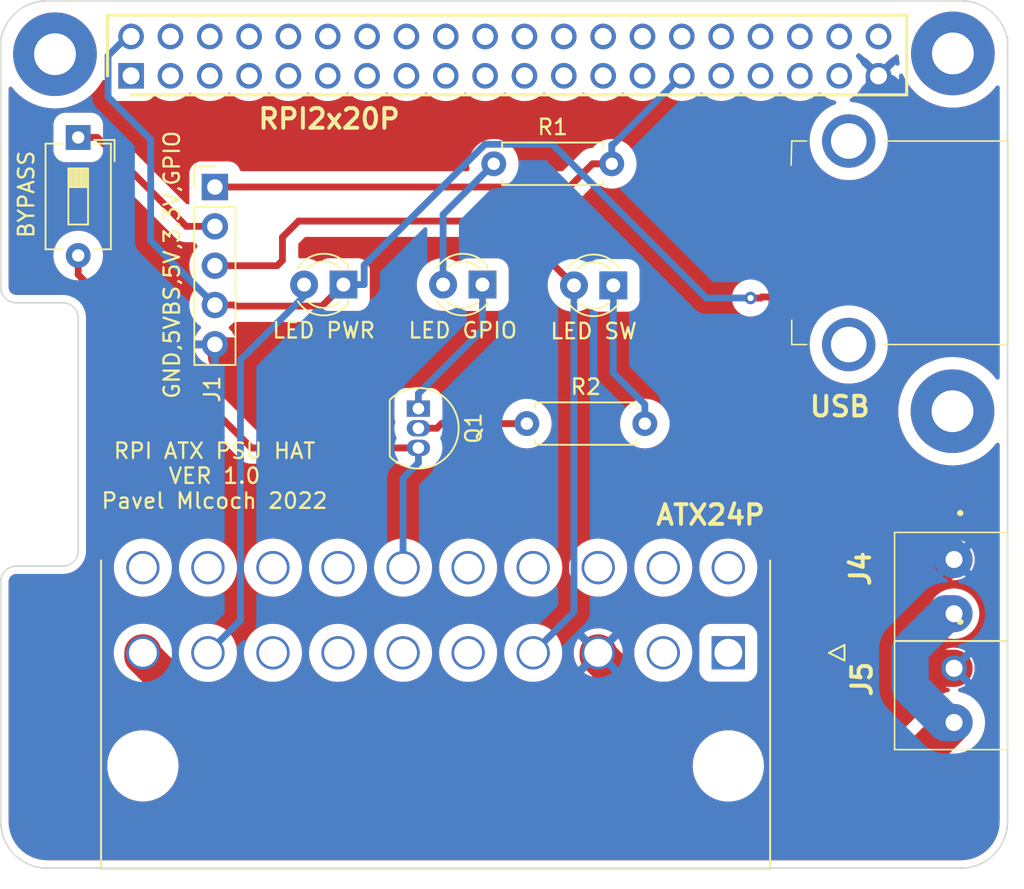
<source format=kicad_pcb>
(kicad_pcb (version 20211014) (generator pcbnew)
  (title_block (title "RPi ATX HAT") (date "2022-12-09") (company "Pavel Mlcoch"))
  (layers (0 "F.Cu" signal) (31 "B.Cu" signal) (34 "B.Paste" user) (35 "F.Paste" user) (36 "B.SilkS" user "B.Silkscreen") (37 "F.SilkS" user "F.Silkscreen") (38 "B.Mask" user) (39 "F.Mask" user) (44 "Edge.Cuts" user))
  (net 0 "")
  (net 1 "Net-(D1GPIO1-Pad1)")
  (net 2 "Net-(D1GPIO1-Pad2)")
  (net 3 "Net-(D2SWSTART1-Pad1)")
  (net 4 "+5V")
  (net 5 "5VSB")
  (net 6 "Net-(D3POWER1-Pad2)")
  (net 7 "+3.3V")
  (net 14 "12V")
  (net 20 "Net-(J2ATX1-Pad16)")
  (net 56 "GND")
  (net 57 "GPIO")
  (net 64 "Net-(Q1-Pad2)")
  (footprint "Button_Switch_THT:SW_DIP_SPSTx01_Slide_6.7x4.1mm_W7.62mm_P2.54mm_LowProfile" (layer "F.Cu") (at 52.975 68.75 -90)
    (fp_text reference "BYPASS" (at 3.675 3.35 90) (layer "F.SilkS"))
    (fp_text value "SW_DIP_x01")
    (fp_line (start 2 -0.035) (end 3.206667 -0.035) (layer "F.SilkS") (width 0.12))
    (fp_line (start 2 0.205) (end 3.206667 0.205) (layer "F.SilkS") (width 0.12))
    (fp_line (start 5.62 0.635) (end 5.62 -0.635) (layer "F.SilkS") (width 0.12))
    (fp_line (start 3.206667 -0.635) (end 3.206667 0.635) (layer "F.SilkS") (width 0.12))
    (fp_line (start 7.221 0.99) (end 7.221 2.11) (layer "F.SilkS") (width 0.12))
    (fp_line (start 2 0.445) (end 3.206667 0.445) (layer "F.SilkS") (width 0.12))
    (fp_line (start 7.221 -2.11) (end 7.221 -0.99) (layer "F.SilkS") (width 0.12))
    (fp_line (start 2 -0.635) (end 2 0.635) (layer "F.SilkS") (width 0.12))
    (fp_line (start 2 -0.155) (end 3.206667 -0.155) (layer "F.SilkS") (width 0.12))
    (fp_line (start 2 0.565) (end 3.206667 0.565) (layer "F.SilkS") (width 0.12))
    (fp_line (start 5.62 -0.635) (end 2 -0.635) (layer "F.SilkS") (width 0.12))
    (fp_line (start 2 0.635) (end 5.62 0.635) (layer "F.SilkS") (width 0.12))
    (fp_line (start 0.4 2.11) (end 7.221 2.11) (layer "F.SilkS") (width 0.12))
    (fp_line (start 0.16 -2.35) (end 1.543 -2.35) (layer "F.SilkS") (width 0.12))
    (fp_line (start 0.16 -2.35) (end 0.16 -1.04) (layer "F.SilkS") (width 0.12))
    (fp_line (start 0.4 -2.11) (end 0.4 -1.04) (layer "F.SilkS") (width 0.12))
    (fp_line (start 0.4 -2.11) (end 7.221 -2.11) (layer "F.SilkS") (width 0.12))
    (fp_line (start 2 0.085) (end 3.206667 0.085) (layer "F.SilkS") (width 0.12))
    (fp_line (start 2 -0.395) (end 3.206667 -0.395) (layer "F.SilkS") (width 0.12))
    (fp_line (start 0.4 1.04) (end 0.4 2.11) (layer "F.SilkS") (width 0.12))
    (fp_line (start 2 -0.275) (end 3.206667 -0.275) (layer "F.SilkS") (width 0.12))
    (fp_line (start 2 0.325) (end 3.206667 0.325) (layer "F.SilkS") (width 0.12))
    (fp_line (start 2 -0.515) (end 3.206667 -0.515) (layer "F.SilkS") (width 0.12))
    (pad "1" thru_hole rect (at 0 0 270) (size 1.6 1.6) (drill 0.8) (layers *.Cu *.Mask) (net 7 "+3.3V"))
    (pad "2" thru_hole oval (at 7.62 0 270) (size 1.6 1.6) (drill 0.8) (layers *.Cu *.Mask) (net 20 "Net-(J2ATX1-Pad16)"))
  )
  (footprint "SamacSys_Parts:393570002" (layer "F.Cu") (at 109.525 96 -90)
    (fp_text reference "J4" (at 0.6 6.05 -90) (layer "F.SilkS") (effects (font (size 1.27 1.27) (thickness 0.254))))
    (fp_text value "39357-0002" hide)
    (fp_line (start 5.25 3.84) (end -1.75 3.84) (layer "F.SilkS") (width 0.1))
    (fp_line (start -1.75 3.84) (end -1.75 -3.45) (layer "F.SilkS") (width 0.1))
    (fp_line (start 5.25 -3.45) (end 5.25 3.84) (layer "F.SilkS") (width 0.1))
    (fp_line (start -3 -0.5) (end -3 -0.5) (layer "F.SilkS") (width 0.2))
    (fp_line (start -1.75 -3.45) (end 5.25 -3.45) (layer "F.SilkS") (width 0.1))
    (fp_line (start -3 -0.3) (end -3 -0.3) (layer "F.SilkS") (width 0.2))
    (fp_arc (start -3 -0.5) (mid -2.9 -0.4) (end -3 -0.3) (layer "F.SilkS") (width 0.2))
    (fp_arc (start -3 -0.3) (mid -3.1 -0.4) (end -3 -0.5) (layer "F.SilkS") (width 0.2))
    (pad "1" thru_hole circle locked (at 0 0 270) (size 1.65 1.65) (drill 1.1) (layers *.Cu *.Mask) (net 56 "GND"))
    (pad "2" thru_hole circle locked (at 3.5 0 270) (size 1.65 1.65) (drill 1.1) (layers *.Cu *.Mask) (net 14 "12V"))
  )
  (footprint "SamacSys_Parts:39-30-120Y_012" (layer "F.Cu") (at 94.95 102.025)
    (fp_text reference "ATX24P" (at -1.15 -8.9) (layer "F.SilkS") (effects (font (size 1.27 1.27) (thickness 0.254))))
    (fp_text value "39-30-1200" hide)
    (fp_line (start 7.5 -0.5) (end 7.5 0.5) (layer "F.SilkS") (width 0.127))
    (fp_line (start 2.7 13.968) (end -40.5 13.968) (layer "F.SilkS") (width 0.127))
    (fp_line (start -40.5 13.968) (end -40.5 -5.968) (layer "F.SilkS") (width 0.127))
    (fp_line (start 7.5 0.5) (end 6.5 0) (layer "F.SilkS") (width 0.127))
    (fp_line (start 6.5 0) (end 7.5 -0.5) (layer "F.SilkS") (width 0.127))
    (fp_line (start 2.7 -5.968) (end 2.7 13.968) (layer "F.SilkS") (width 0.127))
    (pad "" np_thru_hole circle locked (at -37.8 7.3) (size 0.001 0.001) (drill 3) (layers *.Cu *.Mask))
    (pad "" np_thru_hole circle locked (at 0 7.3) (size 0.001 0.001) (drill 3) (layers *.Cu *.Mask))
    (pad "1" thru_hole rect locked (at 0 0) (size 2.15 2.15) (drill 1.8) (layers *.Cu *.Mask))
    (pad "2" thru_hole circle locked (at -4.2 0) (size 2.15 2.15) (drill 1.8) (layers *.Cu *.Mask))
    (pad "3" thru_hole circle locked (at -8.4 0) (size 2.15 2.15) (drill 1.8) (layers *.Cu *.Mask) (net 56 "GND"))
    (pad "4" thru_hole circle locked (at -12.6 0) (size 2.15 2.15) (drill 1.8) (layers *.Cu *.Mask) (net 4 "+5V"))
    (pad "5" thru_hole circle locked (at -16.8 0) (size 2.15 2.15) (drill 1.8) (layers *.Cu *.Mask))
    (pad "6" thru_hole circle locked (at -21 0) (size 2.15 2.15) (drill 1.8) (layers *.Cu *.Mask))
    (pad "7" thru_hole circle locked (at -25.2 0) (size 2.15 2.15) (drill 1.8) (layers *.Cu *.Mask))
    (pad "8" thru_hole circle locked (at -29.4 0) (size 2.15 2.15) (drill 1.8) (layers *.Cu *.Mask))
    (pad "9" thru_hole circle locked (at -33.6 0) (size 2.15 2.15) (drill 1.8) (layers *.Cu *.Mask) (net 6 "Net-(D3POWER1-Pad2)"))
    (pad "10" thru_hole circle locked (at -37.8 0) (size 2.15 2.15) (drill 1.8) (layers *.Cu *.Mask) (net 14 "12V"))
    (pad "11" thru_hole circle locked (at 0 -5.5) (size 2.15 2.15) (drill 1.8) (layers *.Cu *.Mask))
    (pad "12" thru_hole circle locked (at -4.2 -5.5) (size 2.15 2.15) (drill 1.8) (layers *.Cu *.Mask))
    (pad "13" thru_hole circle locked (at -8.4 -5.5) (size 2.15 2.15) (drill 1.8) (layers *.Cu *.Mask))
    (pad "14" thru_hole circle locked (at -12.6 -5.5) (size 2.15 2.15) (drill 1.8) (layers *.Cu *.Mask))
    (pad "15" thru_hole circle locked (at -16.8 -5.5) (size 2.15 2.15) (drill 1.8) (layers *.Cu *.Mask))
    (pad "16" thru_hole circle locked (at -21 -5.5) (size 2.15 2.15) (drill 1.8) (layers *.Cu *.Mask) (net 20 "Net-(J2ATX1-Pad16)"))
    (pad "17" thru_hole circle locked (at -25.2 -5.5) (size 2.15 2.15) (drill 1.8) (layers *.Cu *.Mask))
    (pad "18" thru_hole circle locked (at -29.4 -5.5) (size 2.15 2.15) (drill 1.8) (layers *.Cu *.Mask))
    (pad "19" thru_hole circle locked (at -33.6 -5.5) (size 2.15 2.15) (drill 1.8) (layers *.Cu *.Mask))
    (pad "20" thru_hole circle locked (at -37.8 -5.5) (size 2.15 2.15) (drill 1.8) (layers *.Cu *.Mask))
  )
  (footprint "Connector_PinHeader_2.54mm:PinHeader_1x05_P2.54mm_Vertical" (layer "F.Cu") (at 61.8 71.95)
    (fp_text reference "J1" (at -0.175 13.05 90) (layer "F.SilkS"))
    (fp_text value "External connect")
    (fp_line (start -1.33 -1.33) (end 0 -1.33) (layer "F.SilkS") (width 0.12))
    (fp_line (start -1.33 1.27) (end -1.33 11.49) (layer "F.SilkS") (width 0.12))
    (fp_line (start -1.33 1.27) (end 1.33 1.27) (layer "F.SilkS") (width 0.12))
    (fp_line (start 1.33 1.27) (end 1.33 11.49) (layer "F.SilkS") (width 0.12))
    (fp_line (start -1.33 0) (end -1.33 -1.33) (layer "F.SilkS") (width 0.12))
    (fp_line (start -1.33 11.49) (end 1.33 11.49) (layer "F.SilkS") (width 0.12))
    (pad "1" thru_hole rect (at 0 0) (size 1.7 1.7) (drill 1) (layers *.Cu *.Mask) (net 57 "GPIO"))
    (pad "2" thru_hole oval (at 0 2.54) (size 1.7 1.7) (drill 1) (layers *.Cu *.Mask) (net 7 "+3.3V"))
    (pad "3" thru_hole oval (at 0 5.08) (size 1.7 1.7) (drill 1) (layers *.Cu *.Mask) (net 4 "+5V"))
    (pad "4" thru_hole oval (at 0 7.62) (size 1.7 1.7) (drill 1) (layers *.Cu *.Mask) (net 5 "5VSB"))
    (pad "5" thru_hole oval (at 0 10.16) (size 1.7 1.7) (drill 1) (layers *.Cu *.Mask) (net 56 "GND"))
  )
  (footprint "MountingHole:MountingHole_2.7mm_M2.5_Pad_TopBottom" (layer "F.Cu") (at 109.45 63.325)
    (fp_text reference "H1" hide)
    (fp_text value "H1" hide)
    (pad "1" connect circle (at 0 0) (size 5.4 5.4) (layers "B.Cu" "B.Mask"))
    (pad "1" connect circle (at 0 0) (size 5.4 5.4) (layers "F.Cu" "F.Mask"))
    (pad "1" thru_hole circle (at 0 0) (size 3.1 3.1) (drill 2.7) (layers *.Cu *.Mask))
  )
  (footprint "LED_THT:LED_D3.0mm" (layer "F.Cu") (at 79.075 78.25 180)
    (fp_text reference "LED GPIO" (at 1.27 -2.96) (layer "F.SilkS"))
    (fp_text value "1N4003")
    (fp_line (start -0.29 1.08) (end -0.29 1.236) (layer "F.SilkS") (width 0.12))
    (fp_line (start -0.29 -1.236) (end -0.29 -1.08) (layer "F.SilkS") (width 0.12))
    (fp_arc (start -0.29 -1.235516) (mid 1.366487 -1.987659) (end 2.942335 -1.078608) (layer "F.SilkS") (width 0.12))
    (fp_arc (start 2.942335 1.078608) (mid 1.366487 1.987659) (end -0.29 1.235516) (layer "F.SilkS") (width 0.12))
    (fp_arc (start 2.31113 1.079837) (mid 1.270117 1.5) (end 0.229039 1.08) (layer "F.SilkS") (width 0.12))
    (fp_arc (start 0.229039 -1.08) (mid 1.270117 -1.5) (end 2.31113 -1.079837) (layer "F.SilkS") (width 0.12))
    (pad "1" thru_hole rect (at 0 0 180) (size 1.8 1.8) (drill 0.9) (layers *.Cu *.Mask) (net 1 "Net-(D1GPIO1-Pad1)"))
    (pad "2" thru_hole circle (at 2.54 0 180) (size 1.8 1.8) (drill 0.9) (layers *.Cu *.Mask) (net 2 "Net-(D1GPIO1-Pad2)"))
  )
  (footprint "Resistor_THT:R_Axial_DIN0207_L6.3mm_D2.5mm_P7.62mm_Horizontal" (layer "F.Cu") (at 81.94 87.225)
    (fp_text reference "R2" (at 3.81 -2.37) (layer "F.SilkS"))
    (fp_text value "1K")
    (fp_line (start 7.08 1.37) (end 7.08 1.04) (layer "F.SilkS") (width 0.12))
    (fp_line (start 0.54 -1.04) (end 0.54 -1.37) (layer "F.SilkS") (width 0.12))
    (fp_line (start 7.08 -1.37) (end 7.08 -1.04) (layer "F.SilkS") (width 0.12))
    (fp_line (start 0.54 1.04) (end 0.54 1.37) (layer "F.SilkS") (width 0.12))
    (fp_line (start 0.54 -1.37) (end 7.08 -1.37) (layer "F.SilkS") (width 0.12))
    (fp_line (start 0.54 1.37) (end 7.08 1.37) (layer "F.SilkS") (width 0.12))
    (pad "1" thru_hole circle (at 0 0) (size 1.6 1.6) (drill 0.8) (layers *.Cu *.Mask) (net 64 "Net-(Q1-Pad2)"))
    (pad "2" thru_hole oval (at 7.62 0) (size 1.6 1.6) (drill 0.8) (layers *.Cu *.Mask) (net 3 "Net-(D2SWSTART1-Pad1)"))
  )
  (footprint "SamacSys_Parts:2923037" (layer "F.Cu") (at 105.275 75.55 180)
    (fp_text reference "USB" (at 3.125 -10.575 180) (layer "F.SilkS") (effects (font (size 1.27 1.27) (thickness 0.254))))
    (fp_text value "292303-7" hide)
    (fp_line (start -7.73 6.57) (end 0.27 6.57) (layer "F.SilkS") (width 0.1))
    (fp_line (start 6.23 -6.57) (end 5.27 -6.57) (layer "F.SilkS") (width 0.1))
    (fp_line (start 6.23 6.57) (end 6.27 5) (layer "F.SilkS") (width 0.1))
    (fp_line (start 5.27 6.57) (end 6.23 6.57) (layer "F.SilkS") (width 0.1))
    (fp_line (start 6.23 -5) (end 6.23 -6.57) (layer "F.SilkS") (width 0.1))
    (fp_line (start -7.73 -6.57) (end -7.73 6.57) (layer "F.SilkS") (width 0.1))
    (fp_line (start 0.27 -6.57) (end -7.73 -6.57) (layer "F.SilkS") (width 0.1))
    (pad "1" smd rect locked (at 6.23 -3.5 270) (size 1.25 3) (layers "F.Cu" "F.Paste" "F.Mask") (net 5 "5VSB"))
    (pad "2" smd rect locked (at 6.23 -1 270) (size 1.25 3) (layers "F.Cu" "F.Paste" "F.Mask"))
    (pad "3" smd rect locked (at 6.23 1 270) (size 1.25 3) (layers "F.Cu" "F.Paste" "F.Mask"))
    (pad "4" smd rect locked (at 6.23 3.5 270) (size 1.25 3) (layers "F.Cu" "F.Paste" "F.Mask") (net 56 "GND"))
    (pad "5" thru_hole circle locked (at 2.55 -6.57 180) (size 3.45 3.45) (drill 2.3) (layers *.Cu *.Mask))
    (pad "6" thru_hole circle locked (at 2.55 6.57 180) (size 3.45 3.45) (drill 2.3) (layers *.Cu *.Mask))
  )
  (footprint "MountingHole:MountingHole_2.7mm_M2.5_Pad_TopBottom" (layer "F.Cu") (at 109.425 86.425)
    (fp_text reference "H3" hide)
    (fp_text value "H3" hide)
    (pad "1" connect circle (at 0 0) (size 5.4 5.4) (layers "B.Cu" "B.Mask"))
    (pad "3" thru_hole circle (at 0 0) (size 3.1 3.1) (drill 2.7) (layers *.Cu *.Mask))
    (pad "3" connect circle (at 0 0) (size 5.4 5.4) (layers "F.Cu" "F.Mask"))
  )
  (footprint "SamacSys_Parts:RHDR40W64P254X254_2X20_5130X500X865P" (layer "F.Cu") (at 56.388 64.77)
    (fp_text reference "RPI2x20P" (at 12.787 2.78) (layer "F.SilkS") (effects (font (size 1.27 1.27) (thickness 0.254))))
    (fp_text value "BLG2X20" hide)
    (fp_line (start 0 1.23) (end 50.08 1.23) (layer "F.SilkS") (width 0.2))
    (fp_line (start 50.08 1.23) (end 50.08 -3.92) (layer "F.SilkS") (width 0.2))
    (fp_line (start -1.52 -3.92) (end -1.52 0) (layer "F.SilkS") (width 0.2))
    (fp_line (start 50.08 -3.92) (end -1.52 -3.92) (layer "F.SilkS") (width 0.2))
    (pad "1" thru_hole rect locked (at 0 0) (size 1.65 1.65) (drill 1.1) (layers *.Cu *.Mask))
    (pad "2" thru_hole circle locked (at 0 -2.54) (size 1.65 1.65) (drill 1.1) (layers *.Cu *.Mask) (net 5 "5VSB"))
    (pad "3" thru_hole circle locked (at 2.54 0) (size 1.65 1.65) (drill 1.1) (layers *.Cu *.Mask))
    (pad "4" thru_hole circle locked (at 2.54 -2.54) (size 1.65 1.65) (drill 1.1) (layers *.Cu *.Mask))
    (pad "5" thru_hole circle locked (at 5.08 0) (size 1.65 1.65) (drill 1.1) (layers *.Cu *.Mask))
    (pad "6" thru_hole circle locked (at 5.08 -2.54) (size 1.65 1.65) (drill 1.1) (layers *.Cu *.Mask))
    (pad "7" thru_hole circle locked (at 7.62 0) (size 1.65 1.65) (drill 1.1) (layers *.Cu *.Mask))
    (pad "8" thru_hole circle locked (at 7.62 -2.54) (size 1.65 1.65) (drill 1.1) (layers *.Cu *.Mask))
    (pad "9" thru_hole circle locked (at 10.16 0) (size 1.65 1.65) (drill 1.1) (layers *.Cu *.Mask))
    (pad "10" thru_hole circle locked (at 10.16 -2.54) (size 1.65 1.65) (drill 1.1) (layers *.Cu *.Mask))
    (pad "11" thru_hole circle locked (at 12.7 0) (size 1.65 1.65) (drill 1.1) (layers *.Cu *.Mask))
    (pad "12" thru_hole circle locked (at 12.7 -2.54) (size 1.65 1.65) (drill 1.1) (layers *.Cu *.Mask))
    (pad "13" thru_hole circle locked (at 15.24 0) (size 1.65 1.65) (drill 1.1) (layers *.Cu *.Mask))
    (pad "14" thru_hole circle locked (at 15.24 -2.54) (size 1.65 1.65) (drill 1.1) (layers *.Cu *.Mask))
    (pad "15" thru_hole circle locked (at 17.78 0) (size 1.65 1.65) (drill 1.1) (layers *.Cu *.Mask))
    (pad "16" thru_hole circle locked (at 17.78 -2.54) (size 1.65 1.65) (drill 1.1) (layers *.Cu *.Mask))
    (pad "17" thru_hole circle locked (at 20.32 0) (size 1.65 1.65) (drill 1.1) (layers *.Cu *.Mask))
    (pad "18" thru_hole circle locked (at 20.32 -2.54) (size 1.65 1.65) (drill 1.1) (layers *.Cu *.Mask))
    (pad "19" thru_hole circle locked (at 22.86 0) (size 1.65 1.65) (drill 1.1) (layers *.Cu *.Mask))
    (pad "20" thru_hole circle locked (at 22.86 -2.54) (size 1.65 1.65) (drill 1.1) (layers *.Cu *.Mask))
    (pad "21" thru_hole circle locked (at 25.4 0) (size 1.65 1.65) (drill 1.1) (layers *.Cu *.Mask))
    (pad "22" thru_hole circle locked (at 25.4 -2.54) (size 1.65 1.65) (drill 1.1) (layers *.Cu *.Mask))
    (pad "23" thru_hole circle locked (at 27.94 0) (size 1.65 1.65) (drill 1.1) (layers *.Cu *.Mask))
    (pad "24" thru_hole circle locked (at 27.94 -2.54) (size 1.65 1.65) (drill 1.1) (layers *.Cu *.Mask))
    (pad "25" thru_hole circle locked (at 30.48 0) (size 1.65 1.65) (drill 1.1) (layers *.Cu *.Mask))
    (pad "26" thru_hole circle locked (at 30.48 -2.54) (size 1.65 1.65) (drill 1.1) (layers *.Cu *.Mask))
    (pad "27" thru_hole circle locked (at 33.02 0) (size 1.65 1.65) (drill 1.1) (layers *.Cu *.Mask))
    (pad "28" thru_hole circle locked (at 33.02 -2.54) (size 1.65 1.65) (drill 1.1) (layers *.Cu *.Mask))
    (pad "29" thru_hole circle locked (at 35.56 0) (size 1.65 1.65) (drill 1.1) (layers *.Cu *.Mask) (net 57 "GPIO"))
    (pad "30" thru_hole circle locked (at 35.56 -2.54) (size 1.65 1.65) (drill 1.1) (layers *.Cu *.Mask))
    (pad "31" thru_hole circle locked (at 38.1 0) (size 1.65 1.65) (drill 1.1) (layers *.Cu *.Mask))
    (pad "32" thru_hole circle locked (at 38.1 -2.54) (size 1.65 1.65) (drill 1.1) (layers *.Cu *.Mask))
    (pad "33" thru_hole circle locked (at 40.64 0) (size 1.65 1.65) (drill 1.1) (layers *.Cu *.Mask))
    (pad "34" thru_hole circle locked (at 40.64 -2.54) (size 1.65 1.65) (drill 1.1) (layers *.Cu *.Mask))
    (pad "35" thru_hole circle locked (at 43.18 0) (size 1.65 1.65) (drill 1.1) (layers *.Cu *.Mask))
    (pad "36" thru_hole circle locked (at 43.18 -2.54) (size 1.65 1.65) (drill 1.1) (layers *.Cu *.Mask))
    (pad "37" thru_hole circle locked (at 45.72 0) (size 1.65 1.65) (drill 1.1) (layers *.Cu *.Mask))
    (pad "38" thru_hole circle locked (at 45.72 -2.54) (size 1.65 1.65) (drill 1.1) (layers *.Cu *.Mask))
    (pad "39" thru_hole circle locked (at 48.26 0) (size 1.65 1.65) (drill 1.1) (layers *.Cu *.Mask) (net 56 "GND"))
    (pad "40" thru_hole circle locked (at 48.26 -2.54) (size 1.65 1.65) (drill 1.1) (layers *.Cu *.Mask))
  )
  (footprint "Package_TO_SOT_THT:TO-92_Inline" (layer "F.Cu") (at 74.94 86.255 -90)
    (fp_text reference "Q1" (at 1.27 -3.56 90) (layer "F.SilkS"))
    (fp_text value "2N3904")
    (fp_line (start -0.53 1.85) (end 3.07 1.85) (layer "F.SilkS") (width 0.12))
    (fp_arc (start -0.568478 1.838478) (mid -1.132087 -0.994977) (end 1.27 -2.6) (layer "F.SilkS") (width 0.12))
    (fp_arc (start 1.27 -2.6) (mid 3.672087 -0.994977) (end 3.108478 1.838478) (layer "F.SilkS") (width 0.12))
    (pad "1" thru_hole rect (at 0 0 270) (size 1.05 1.5) (drill 0.75) (layers *.Cu *.Mask) (net 1 "Net-(D1GPIO1-Pad1)"))
    (pad "2" thru_hole oval (at 1.27 0 270) (size 1.05 1.5) (drill 0.75) (layers *.Cu *.Mask) (net 64 "Net-(Q1-Pad2)"))
    (pad "3" thru_hole oval (at 2.54 0 270) (size 1.05 1.5) (drill 0.75) (layers *.Cu *.Mask) (net 20 "Net-(J2ATX1-Pad16)"))
  )
  (footprint "Resistor_THT:R_Axial_DIN0207_L6.3mm_D2.5mm_P7.62mm_Horizontal" (layer "F.Cu") (at 79.805 70.45)
    (fp_text reference "R1" (at 3.81 -2.37) (layer "F.SilkS"))
    (fp_text value "1k")
    (fp_line (start 0.54 1.04) (end 0.54 1.37) (layer "F.SilkS") (width 0.12))
    (fp_line (start 0.54 1.37) (end 7.08 1.37) (layer "F.SilkS") (width 0.12))
    (fp_line (start 7.08 1.37) (end 7.08 1.04) (layer "F.SilkS") (width 0.12))
    (fp_line (start 0.54 -1.37) (end 7.08 -1.37) (layer "F.SilkS") (width 0.12))
    (fp_line (start 7.08 -1.37) (end 7.08 -1.04) (layer "F.SilkS") (width 0.12))
    (fp_line (start 0.54 -1.04) (end 0.54 -1.37) (layer "F.SilkS") (width 0.12))
    (pad "1" thru_hole circle (at 0 0) (size 1.6 1.6) (drill 0.8) (layers *.Cu *.Mask) (net 2 "Net-(D1GPIO1-Pad2)"))
    (pad "2" thru_hole oval (at 7.62 0) (size 1.6 1.6) (drill 0.8) (layers *.Cu *.Mask) (net 57 "GPIO"))
  )
  (footprint "LED_THT:LED_D3.0mm" (layer "F.Cu") (at 87.525 78.3 180)
    (fp_text reference "LED SW" (at 1.27 -2.96) (layer "F.SilkS"))
    (fp_text value "1N4003")
    (fp_line (start -0.29 1.08) (end -0.29 1.236) (layer "F.SilkS") (width 0.12))
    (fp_line (start -0.29 -1.236) (end -0.29 -1.08) (layer "F.SilkS") (width 0.12))
    (fp_arc (start -0.29 -1.235516) (mid 1.366487 -1.987659) (end 2.942335 -1.078608) (layer "F.SilkS") (width 0.12))
    (fp_arc (start 0.229039 -1.08) (mid 1.270117 -1.5) (end 2.31113 -1.079837) (layer "F.SilkS") (width 0.12))
    (fp_arc (start 2.31113 1.079837) (mid 1.270117 1.5) (end 0.229039 1.08) (layer "F.SilkS") (width 0.12))
    (fp_arc (start 2.942335 1.078608) (mid 1.366487 1.987659) (end -0.29 1.235516) (layer "F.SilkS") (width 0.12))
    (pad "1" thru_hole rect (at 0 0 180) (size 1.8 1.8) (drill 0.9) (layers *.Cu *.Mask) (net 3 "Net-(D2SWSTART1-Pad1)"))
    (pad "2" thru_hole circle (at 2.54 0 180) (size 1.8 1.8) (drill 0.9) (layers *.Cu *.Mask) (net 4 "+5V"))
  )
  (footprint "SamacSys_Parts:393570002" (layer "F.Cu") (at 109.525 103.025 -90)
    (fp_text reference "J5" (at 0.7 5.95 -90) (layer "F.SilkS") (effects (font (size 1.27 1.27) (thickness 0.254))))
    (fp_text value "39357-0002" hide)
    (fp_line (start -3 -0.3) (end -3 -0.3) (layer "F.SilkS") (width 0.2))
    (fp_line (start -3 -0.5) (end -3 -0.5) (layer "F.SilkS") (width 0.2))
    (fp_line (start -1.75 -3.45) (end 5.25 -3.45) (layer "F.SilkS") (width 0.1))
    (fp_line (start 5.25 3.84) (end -1.75 3.84) (layer "F.SilkS") (width 0.1))
    (fp_line (start -1.75 3.84) (end -1.75 -3.45) (layer "F.SilkS") (width 0.1))
    (fp_line (start 5.25 -3.45) (end 5.25 3.84) (layer "F.SilkS") (width 0.1))
    (fp_arc (start -3 -0.5) (mid -2.9 -0.4) (end -3 -0.3) (layer "F.SilkS") (width 0.2))
    (fp_arc (start -3 -0.3) (mid -3.1 -0.4) (end -3 -0.5) (layer "F.SilkS") (width 0.2))
    (pad "1" thru_hole circle locked (at 0 0 270) (size 1.65 1.65) (drill 1.1) (layers *.Cu *.Mask) (net 56 "GND"))
    (pad "2" thru_hole circle locked (at 3.5 0 270) (size 1.65 1.65) (drill 1.1) (layers *.Cu *.Mask) (net 14 "12V"))
  )
  (footprint "LED_THT:LED_D3.0mm" (layer "F.Cu") (at 70.1 78.25 180)
    (fp_text reference "LED PWR" (at 1.27 -2.96 180) (layer "F.SilkS"))
    (fp_text value "1N4003")
    (fp_line (start -0.29 1.08) (end -0.29 1.236) (layer "F.SilkS") (width 0.12))
    (fp_line (start -0.29 -1.236) (end -0.29 -1.08) (layer "F.SilkS") (width 0.12))
    (fp_arc (start 2.31113 1.079837) (mid 1.270117 1.5) (end 0.229039 1.08) (layer "F.SilkS") (width 0.12))
    (fp_arc (start 0.229039 -1.08) (mid 1.270117 -1.5) (end 2.31113 -1.079837) (layer "F.SilkS") (width 0.12))
    (fp_arc (start -0.29 -1.235516) (mid 1.366487 -1.987659) (end 2.942335 -1.078608) (layer "F.SilkS") (width 0.12))
    (fp_arc (start 2.942335 1.078608) (mid 1.366487 1.987659) (end -0.29 1.235516) (layer "F.SilkS") (width 0.12))
    (pad "1" thru_hole rect (at 0 0 180) (size 1.8 1.8) (drill 0.9) (layers *.Cu *.Mask) (net 5 "5VSB"))
    (pad "2" thru_hole circle (at 2.54 0 180) (size 1.8 1.8) (drill 0.9) (layers *.Cu *.Mask) (net 6 "Net-(D3POWER1-Pad2)"))
  )
  (footprint "MountingHole:MountingHole_2.7mm_M2.5_Pad_TopBottom" (layer "F.Cu") (at 51.475 63.375)
    (fp_text reference "H2" hide)
    (fp_text value "H2" hide)
    (pad "2" connect circle (at 0 0) (size 5.4 5.4) (layers "B.Cu" "B.Mask"))
    (pad "2" connect circle (at 0 0) (size 5.4 5.4) (layers "F.Cu" "F.Mask"))
    (pad "2" thru_hole circle (at 0 0) (size 3.1 3.1) (drill 2.7) (layers *.Cu *.Mask))
  )
  (gr_arc (start 50.975 115.925) (mid 48.85368 115.04632) (end 47.975 112.925) (layer "Edge.Cuts") (width 0.1))
  (gr_arc (start 47.975 62.425) (mid 49.022438 60.631925) (end 50.975 59.925) (layer "Edge.Cuts") (width 0.1))
  (gr_line (start 47.975 62.425) (end 47.975 78.425) (layer "Edge.Cuts") (width 0.1))
  (gr_line (start 52.975 80.425) (end 52.975 95.425) (layer "Edge.Cuts") (width 0.1))
  (gr_arc (start 52.975 95.425) (mid 52.682107 96.132107) (end 51.975 96.425) (layer "Edge.Cuts") (width 0.1))
  (gr_line (start 47.975 97.425) (end 47.975 112.925) (layer "Edge.Cuts") (width 0.1))
  (gr_arc (start 51.975 79.425) (mid 52.682107 79.717893) (end 52.975 80.425) (layer "Edge.Cuts") (width 0.1))
  (gr_arc (start 48.975 79.425) (mid 48.267893 79.132107) (end 47.975 78.425) (layer "Edge.Cuts") (width 0.1))
  (gr_arc (start 47.975 97.425) (mid 48.267893 96.717893) (end 48.975 96.425) (layer "Edge.Cuts") (width 0.1))
  (gr_line (start 48.975 96.425) (end 51.975 96.425) (layer "Edge.Cuts") (width 0.1))
  (gr_line (start 48.975 79.425) (end 51.975 79.425) (layer "Edge.Cuts") (width 0.1))
  (gr_arc (start 112.975 112.925) (mid 112.09632 115.04632) (end 109.975 115.925) (layer "Edge.Cuts") (width 0.1))
  (gr_line (start 112.975 62.425) (end 112.975 112.925) (layer "Edge.Cuts") (width 0.1))
  (gr_arc (start 109.975 59.925) (mid 111.927562 60.631925) (end 112.975 62.425) (layer "Edge.Cuts") (width 0.1))
  (gr_line (start 50.975 115.925) (end 109.975 115.925) (layer "Edge.Cuts") (width 0.1))
  (gr_line (start 50.975 59.925) (end 109.975 59.925) (layer "Edge.Cuts") (width 0.1))
  (gr_text "GND,5VBS,5V,3.3V,GPIO" (at 59.025 76.975 90) (layer "F.SilkS") (effects (font (size 1 1))))
  (gr_text "RPI ATX PSU HAT\nVER 1.0\nPavel Mlcoch 2022" (at 61.775 90.6) (layer "F.SilkS") (effects (font (size 1 1))))
  (segment (start 74.94 86.255) (end 74.94 85.2897) (width 0.44) (layer "B.Cu") (net 1))
  (segment (start 79.075 81.1547) (end 79.075 78.25) (width 0.44) (layer "B.Cu") (net 1))
  (segment (start 74.94 85.2897) (end 79.075 81.1547) (width 0.44) (layer "B.Cu") (net 1))
  (segment (start 76.535 73.72) (end 76.535 78.25) (width 0.44) (layer "B.Cu") (net 2))
  (segment (start 79.805 70.45) (end 76.535 73.72) (width 0.44) (layer "B.Cu") (net 2))
  (segment (start 87.525 78.3) (end 87.525 83.9497) (width 0.44) (layer "B.Cu") (net 3))
  (segment (start 89.56 87.225) (end 89.56 85.9847) (width 0.44) (layer "B.Cu") (net 3))
  (segment (start 87.525 83.9497) (end 89.56 85.9847) (width 0.44) (layer "B.Cu") (net 3))
  (segment (start 67.2 74.15) (end 80.835 74.15) (width 0.44) (layer "F.Cu") (net 4))
  (segment (start 61.8 77.03) (end 65.82 77.03) (width 0.44) (layer "F.Cu") (net 4))
  (segment (start 66.16 75.19) (end 67.2 74.15) (width 0.44) (layer "F.Cu") (net 4))
  (segment (start 80.835 74.15) (end 84.985 78.3) (width 0.44) (layer "F.Cu") (net 4))
  (segment (start 66.16 76.69) (end 66.16 75.19) (width 0.44) (layer "F.Cu") (net 4))
  (segment (start 65.82 77.03) (end 66.16 76.69) (width 0.44) (layer "F.Cu") (net 4))
  (segment (start 84.985 99.39) (end 82.35 102.025) (width 0.44) (layer "B.Cu") (net 4))
  (segment (start 84.985 78.3) (end 84.985 99.39) (width 0.44) (layer "B.Cu") (net 4))
  (segment (start 70.1 78.25) (end 68.7102 79.6398) (width 0.44) (layer "F.Cu") (net 5))
  (segment (start 68.7102 79.6398) (end 63.1601 79.6398) (width 0.44) (layer "F.Cu") (net 5))
  (segment (start 96.3856 79.1165) (end 97.0382 79.1165) (width 0.44) (layer "F.Cu") (net 5))
  (segment (start 99.045 79.05) (end 97.1047 79.05) (width 0.44) (layer "F.Cu") (net 5))
  (segment (start 61.8 79.57) (end 63.0903 79.57) (width 0.44) (layer "F.Cu") (net 5))
  (segment (start 63.1601 79.6398) (end 63.0903 79.57) (width 0.44) (layer "F.Cu") (net 5))
  (segment (start 97.0382 79.1165) (end 97.1047 79.05) (width 0.44) (layer "F.Cu") (net 5))
  (via (at 96.3856 79.1165) (size 0.8) (drill 0.4) (layers "F.Cu" "B.Cu") (net 5))
  (segment (start 54.903 63.472) (end 56.145 62.23) (width 0.44) (layer "B.Cu") (net 5))
  (segment (start 93.5299 79.1165) (end 96.3856 79.1165) (width 0.44) (layer "B.Cu") (net 5))
  (segment (start 57.6533 75.4233) (end 57.6533 68.8783) (width 0.44) (layer "B.Cu") (net 5))
  (segment (start 57.6533 68.8783) (end 54.903 66.128) (width 0.44) (layer "B.Cu") (net 5))
  (segment (start 54.903 66.128) (end 54.903 63.472) (width 0.44) (layer "B.Cu") (net 5))
  (segment (start 61.8 79.57) (end 57.6533 75.4233) (width 0.44) (layer "B.Cu") (net 5))
  (segment (start 70.1 78.25) (end 71.4403 78.25) (width 0.44) (layer "B.Cu") (net 5))
  (segment (start 56.145 62.23) (end 56.388 62.23) (width 0.44) (layer "B.Cu") (net 5))
  (segment (start 71.4403 78.25) (end 71.4403 76.9935) (width 0.44) (layer "B.Cu") (net 5))
  (segment (start 71.4403 76.9935) (end 79.2393 69.1945) (width 0.44) (layer "B.Cu") (net 5))
  (segment (start 83.6079 69.1945) (end 93.5299 79.1165) (width 0.44) (layer "B.Cu") (net 5))
  (segment (start 79.2393 69.1945) (end 83.6079 69.1945) (width 0.44) (layer "B.Cu") (net 5))
  (segment (start 63.4501 99.9249) (end 61.35 102.025) (width 0.44) (layer "B.Cu") (net 6))
  (segment (start 67.56 78.25) (end 67.56 78.9951) (width 0.44) (layer "B.Cu") (net 6))
  (segment (start 67.56 78.9951) (end 63.4501 83.105) (width 0.44) (layer "B.Cu") (net 6))
  (segment (start 63.4501 83.105) (end 63.4501 99.9249) (width 0.44) (layer "B.Cu") (net 6))
  (segment (start 61.8 74.49) (end 59.9553 74.49) (width 0.44) (layer "F.Cu") (net 7))
  (segment (start 59.9553 74.49) (end 54.2153 68.75) (width 0.44) (layer "F.Cu") (net 7))
  (segment (start 52.975 68.75) (end 54.2153 68.75) (width 0.44) (layer "F.Cu") (net 7))
  (segment (start 57.15 102.2281) (end 67.7571 112.8352) (width 2.4) (layer "F.Cu") (net 14))
  (segment (start 57.15 102.025) (end 57.15 102.2281) (width 2.4) (layer "F.Cu") (net 14))
  (segment (start 103.2148 112.8352) (end 109.525 106.525) (width 2.4) (layer "F.Cu") (net 14))
  (segment (start 67.7571 112.8352) (end 103.2148 112.8352) (width 2.4) (layer "F.Cu") (net 14))
  (segment (start 106.6869 101.8002) (end 108.9871 99.5) (width 2.4) (layer "B.Cu") (net 14))
  (segment (start 109.525 106.525) (end 108.9809 106.525) (width 2.4) (layer "B.Cu") (net 14))
  (segment (start 106.6869 104.231) (end 106.6869 101.8002) (width 2.4) (layer "B.Cu") (net 14))
  (segment (start 108.9809 106.525) (end 106.6869 104.231) (width 2.4) (layer "B.Cu") (net 14))
  (segment (start 108.9871 99.5) (end 109.525 99.5) (width 2.4) (layer "B.Cu") (net 14))
  (segment (start 64.1597 88.795) (end 52.975 77.6103) (width 0.44) (layer "F.Cu") (net 20))
  (segment (start 52.975 76.37) (end 52.975 77.6103) (width 0.44) (layer "F.Cu") (net 20))
  (segment (start 74.94 88.795) (end 64.1597 88.795) (width 0.44) (layer "F.Cu") (net 20))
  (segment (start 74.94 89.7603) (end 73.95 90.7503) (width 0.44) (layer "B.Cu") (net 20))
  (segment (start 73.95 90.7503) (end 73.95 96.525) (width 0.44) (layer "B.Cu") (net 20))
  (segment (start 74.94 88.795) (end 74.94 89.7603) (width 0.44) (layer "B.Cu") (net 20))
  (segment (start 93.9853 82.8556) (end 93.9853 74.6457) (width 2.4) (layer "F.Cu") (net 56))
  (segment (start 108.9859 96) (end 109.525 96) (width 2.4) (layer "F.Cu") (net 56))
  (segment (start 96.7064 71.9246) (end 98.9196 71.9246) (width 2.4) (layer "F.Cu") (net 56))
  (segment (start 86.55 102.025) (end 86.55 102.2173) (width 2.4) (layer "F.Cu") (net 56))
  (segment (start 89.4331 105.1004) (end 104.6191 105.1004) (width 2.4) (layer "F.Cu") (net 56))
  (segment (start 62.5456 82.8556) (end 61.8 82.11) (width 1.6998) (layer "F.Cu") (net 56))
  (segment (start 108.0578 96.9281) (end 108.9859 96) (width 2.4) (layer "F.Cu") (net 56))
  (segment (start 93.9853 74.6457) (end 96.7064 71.9246) (width 2.4) (layer "F.Cu") (net 56))
  (segment (start 108.0578 96.9281) (end 93.9853 82.8556) (width 2.4) (layer "F.Cu") (net 56))
  (segment (start 98.9196 71.9246) (end 99.045 72.05) (width 1.2498) (layer "F.Cu") (net 56))
  (segment (start 106.6945 98.2914) (end 108.0578 96.9281) (width 2.4) (layer "F.Cu") (net 56))
  (segment (start 93.9853 82.8556) (end 62.5456 82.8556) (width 2.4) (layer "F.Cu") (net 56))
  (segment (start 104.6191 105.1004) (end 106.6945 103.025) (width 2.4) (layer "F.Cu") (net 56))
  (segment (start 106.6945 103.025) (end 109.525 103.025) (width 2.4) (layer "F.Cu") (net 56))
  (segment (start 86.55 102.2173) (end 89.4331 105.1004) (width 2.4) (layer "F.Cu") (net 56))
  (segment (start 106.6945 103.025) (end 106.6945 98.2914) (width 2.4) (layer "F.Cu") (net 56))
  (segment (start 106.4716 73.1024) (end 106.4716 67.2259) (width 2.4) (layer "B.Cu") (net 56))
  (segment (start 98.9683 80.6057) (end 106.4716 73.1024) (width 2.4) (layer "B.Cu") (net 56))
  (segment (start 104.648 65.4023) (end 104.648 64.77) (width 1.6498) (layer "B.Cu") (net 56))
  (segment (start 105.0598 65.8141) (end 104.648 65.4023) (width 1.6498) (layer "B.Cu") (net 56))
  (segment (start 109.525 96) (end 98.9683 85.4433) (width 2.4) (layer "B.Cu") (net 56))
  (segment (start 106.4716 67.2259) (end 105.0598 65.8141) (width 2.4) (layer "B.Cu") (net 56))
  (segment (start 98.9683 85.4433) (end 98.9683 80.6057) (width 2.4) (layer "B.Cu") (net 56))
  (segment (start 84.6847 71.95) (end 61.8 71.95) (width 0.44) (layer "F.Cu") (net 57))
  (segment (start 87.425 70.45) (end 86.1847 70.45) (width 0.44) (layer "F.Cu") (net 57))
  (segment (start 86.1847 70.45) (end 84.6847 71.95) (width 0.44) (layer "F.Cu") (net 57))
  (segment (start 87.425 69.2097) (end 87.5083 69.2097) (width 0.44) (layer "B.Cu") (net 57))
  (segment (start 87.5083 69.2097) (end 91.948 64.77) (width 0.44) (layer "B.Cu") (net 57))
  (segment (start 87.425 70.45) (end 87.425 69.2097) (width 0.44) (layer "B.Cu") (net 57))
  (segment (start 76.1303 87.525) (end 76.4303 87.225) (width 0.44) (layer "F.Cu") (net 64))
  (segment (start 76.4303 87.225) (end 81.94 87.225) (width 0.44) (layer "F.Cu") (net 64))
  (segment (start 74.94 87.525) (end 76.1303 87.525) (width 0.44) (layer "F.Cu") (net 64))
  (zone (net 56) (net_name "GND") (layers F&B.Cu) (name "MyZone") (connect_pads (clearance 0.508)) (min_thickness 0.254) (fill yes (thermal_gap 0.508) (thermal_bridge_width 0.508))
    (polygon (pts (arc (start 112.975 62.425) (mid 111.927562 60.631925) (end 109.975 59.925)) (arc (start 50.975 59.925) (mid 49.022438 60.631925) (end 47.975 62.425)) (arc (start 47.975 78.425) (mid 48.267893 79.132107) (end 48.975 79.425)) (arc (start 51.975 79.425) (mid 52.682107 79.717893) (end 52.975 80.425)) (arc (start 52.975 95.425) (mid 52.682107 96.132107) (end 51.975 96.425)) (arc (start 48.975 96.425) (mid 48.267893 96.717893) (end 47.975 97.425)) (arc (start 47.975 112.925) (mid 48.85368 115.04632) (end 50.975 115.925)) (arc (start 109.975 115.925) (mid 112.09632 115.04632) (end 112.975 112.925))))
  )
)
</source>
